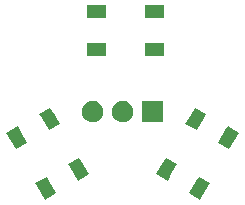
<source format=gbr>
G04 #@! TF.GenerationSoftware,KiCad,Pcbnew,5.1.5-52549c5~84~ubuntu16.04.1*
G04 #@! TF.CreationDate,2019-12-06T18:37:25-05:00*
G04 #@! TF.ProjectId,RGBSL,52474253-4c2e-46b6-9963-61645f706362,rev?*
G04 #@! TF.SameCoordinates,Original*
G04 #@! TF.FileFunction,Soldermask,Top*
G04 #@! TF.FilePolarity,Negative*
%FSLAX46Y46*%
G04 Gerber Fmt 4.6, Leading zero omitted, Abs format (unit mm)*
G04 Created by KiCad (PCBNEW 5.1.5-52549c5~84~ubuntu16.04.1) date 2019-12-06 18:37:25*
%MOMM*%
%LPD*%
G04 APERTURE LIST*
%ADD10C,0.100000*%
G04 APERTURE END LIST*
D10*
G36*
X153184321Y-59907575D02*
G01*
X153184321Y-59907576D01*
X152783821Y-60601262D01*
X152383321Y-61294949D01*
X151428961Y-60743949D01*
X151428961Y-60743948D01*
X152034601Y-59694949D01*
X152229961Y-59356575D01*
X153184321Y-59907575D01*
G37*
G36*
X139557399Y-59694949D02*
G01*
X140163039Y-60743948D01*
X140163039Y-60743949D01*
X139208679Y-61294949D01*
X138808179Y-60601262D01*
X138407679Y-59907576D01*
X138407679Y-59907575D01*
X139362039Y-59356575D01*
X139557399Y-59694949D01*
G37*
G36*
X142451441Y-58307575D02*
G01*
X142934321Y-59143948D01*
X142934321Y-59143949D01*
X141979961Y-59694949D01*
X141579461Y-59001262D01*
X141178961Y-58307576D01*
X141178961Y-58307575D01*
X142133321Y-57756575D01*
X142451441Y-58307575D01*
G37*
G36*
X150413039Y-58307575D02*
G01*
X150413039Y-58307576D01*
X150012539Y-59001262D01*
X149612039Y-59694949D01*
X148657679Y-59143949D01*
X148657679Y-59143948D01*
X149140559Y-58307575D01*
X149458679Y-57756575D01*
X150413039Y-58307575D01*
G37*
G36*
X137107399Y-55451425D02*
G01*
X137713039Y-56500424D01*
X137713039Y-56500425D01*
X136758679Y-57051425D01*
X136358179Y-56357738D01*
X135957679Y-55664052D01*
X135957679Y-55664051D01*
X136912039Y-55113051D01*
X137107399Y-55451425D01*
G37*
G36*
X155634321Y-55664051D02*
G01*
X155634321Y-55664052D01*
X155233821Y-56357738D01*
X154833321Y-57051425D01*
X153878961Y-56500425D01*
X153878961Y-56500424D01*
X154484601Y-55451425D01*
X154679961Y-55113051D01*
X155634321Y-55664051D01*
G37*
G36*
X152863039Y-54064051D02*
G01*
X152863039Y-54064052D01*
X152656173Y-54422354D01*
X152062039Y-55451425D01*
X151107679Y-54900425D01*
X151107679Y-54900424D01*
X151563562Y-54110812D01*
X151908679Y-53513051D01*
X152863039Y-54064051D01*
G37*
G36*
X140028438Y-54110812D02*
G01*
X140484321Y-54900424D01*
X140484321Y-54900425D01*
X139529961Y-55451425D01*
X138935827Y-54422354D01*
X138728961Y-54064052D01*
X138728961Y-54064051D01*
X139683321Y-53513051D01*
X140028438Y-54110812D01*
G37*
G36*
X149237000Y-54749000D02*
G01*
X147435000Y-54749000D01*
X147435000Y-52947000D01*
X149237000Y-52947000D01*
X149237000Y-54749000D01*
G37*
G36*
X145909512Y-52951927D02*
G01*
X146058812Y-52981624D01*
X146222784Y-53049544D01*
X146370354Y-53148147D01*
X146495853Y-53273646D01*
X146594456Y-53421216D01*
X146662376Y-53585188D01*
X146697000Y-53759259D01*
X146697000Y-53936741D01*
X146662376Y-54110812D01*
X146594456Y-54274784D01*
X146495853Y-54422354D01*
X146370354Y-54547853D01*
X146222784Y-54646456D01*
X146058812Y-54714376D01*
X145909512Y-54744073D01*
X145884742Y-54749000D01*
X145707258Y-54749000D01*
X145682488Y-54744073D01*
X145533188Y-54714376D01*
X145369216Y-54646456D01*
X145221646Y-54547853D01*
X145096147Y-54422354D01*
X144997544Y-54274784D01*
X144929624Y-54110812D01*
X144895000Y-53936741D01*
X144895000Y-53759259D01*
X144929624Y-53585188D01*
X144997544Y-53421216D01*
X145096147Y-53273646D01*
X145221646Y-53148147D01*
X145369216Y-53049544D01*
X145533188Y-52981624D01*
X145682488Y-52951927D01*
X145707258Y-52947000D01*
X145884742Y-52947000D01*
X145909512Y-52951927D01*
G37*
G36*
X143369512Y-52951927D02*
G01*
X143518812Y-52981624D01*
X143682784Y-53049544D01*
X143830354Y-53148147D01*
X143955853Y-53273646D01*
X144054456Y-53421216D01*
X144122376Y-53585188D01*
X144157000Y-53759259D01*
X144157000Y-53936741D01*
X144122376Y-54110812D01*
X144054456Y-54274784D01*
X143955853Y-54422354D01*
X143830354Y-54547853D01*
X143682784Y-54646456D01*
X143518812Y-54714376D01*
X143369512Y-54744073D01*
X143344742Y-54749000D01*
X143167258Y-54749000D01*
X143142488Y-54744073D01*
X142993188Y-54714376D01*
X142829216Y-54646456D01*
X142681646Y-54547853D01*
X142556147Y-54422354D01*
X142457544Y-54274784D01*
X142389624Y-54110812D01*
X142355000Y-53936741D01*
X142355000Y-53759259D01*
X142389624Y-53585188D01*
X142457544Y-53421216D01*
X142556147Y-53273646D01*
X142681646Y-53148147D01*
X142829216Y-53049544D01*
X142993188Y-52981624D01*
X143142488Y-52951927D01*
X143167258Y-52947000D01*
X143344742Y-52947000D01*
X143369512Y-52951927D01*
G37*
G36*
X144401000Y-49141000D02*
G01*
X142799000Y-49141000D01*
X142799000Y-48039000D01*
X144401000Y-48039000D01*
X144401000Y-49141000D01*
G37*
G36*
X149301000Y-49141000D02*
G01*
X147699000Y-49141000D01*
X147699000Y-48039000D01*
X149301000Y-48039000D01*
X149301000Y-49141000D01*
G37*
G36*
X144401000Y-45941000D02*
G01*
X142799000Y-45941000D01*
X142799000Y-44839000D01*
X144401000Y-44839000D01*
X144401000Y-45941000D01*
G37*
G36*
X149301000Y-45941000D02*
G01*
X147699000Y-45941000D01*
X147699000Y-44839000D01*
X149301000Y-44839000D01*
X149301000Y-45941000D01*
G37*
M02*

</source>
